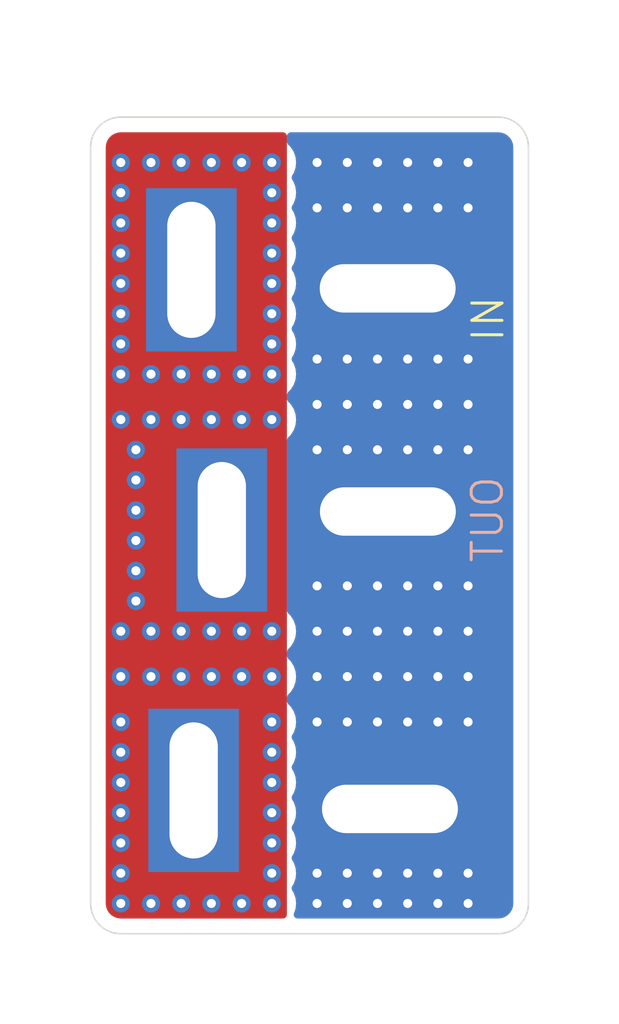
<source format=kicad_pcb>
(kicad_pcb (version 20240108) (generator "pcbnew") (generator_version "8.0")
  (layers (0 "F.Cu" signal) (1 "In1.Cu" signal) (2 "In2.Cu" signal) (3 "In3.Cu" signal) (4 "In4.Cu" signal) (31 "B.Cu" signal) (34 "B.Paste" user) (35 "F.Paste" user) (36 "B.SilkS" user "B.Silkscreen") (37 "F.SilkS" user "F.Silkscreen") (38 "B.Mask" user) (39 "F.Mask" user) (44 "Edge.Cuts" user))
  (net 0 "")
  (net 1 "GND")
  (net 2 "Net-(J1-Pin_1)")
  (footprint "deans_fp:Deans Connector Male" (layer "F.Cu") (at 93.8446 51.9033 90)
    (property "Reference" "J1" (hide yes))
    (property "Value" "Conn_01x02")
    (pad "1" thru_hole rect (at 4.25 3.5 270) (size 5.4 3) (drill oval 4.5 1.6) (layers "*.Cu" "*.Mask") (net 2 "Net-(J1-Pin_1)"))
    (pad "2" thru_hole rect (at 4.8625 9) (size 5.4 3) (drill oval 4.5 1.6) (layers "*.Cu" "*.Mask") (net 1 "GND"))
  )
  (footprint "deans_fp:Deans Connector Female" (layer "B.Cu") (at 93.9125 52.0125 -90)
    (property "Reference" "J3" (hide yes))
    (property "Value" "Conn_01x02")
    (pad "1" thru_hole rect (at 4.25 -2.5 270) (size 5.4 3) (drill oval 4.5 1.6) (layers "*.Cu" "*.Mask") (net 2 "Net-(J1-Pin_1)"))
    (pad "2" thru_hole rect (at 4.8625 -9 180) (size 5.4 3) (drill oval 4.5 1.6) (layers "*.Cu" "*.Mask") (net 1 "GND"))
  )
  (footprint "deans_fp:Deans Connector Female" (layer "B.Cu") (at 93.8375 34.8 -90)
    (property "Reference" "J2" (hide yes))
    (property "Value" "Conn_01x02")
    (pad "1" thru_hole rect (at 4.25 -2.5 270) (size 5.4 3) (drill oval 4.5 1.6) (layers "*.Cu" "*.Mask") (net 2 "Net-(J1-Pin_1)"))
    (pad "2" thru_hole rect (at 4.8625 -9 180) (size 5.4 3) (drill oval 4.5 1.6) (layers "*.Cu" "*.Mask") (net 1 "GND"))
  )
  (gr_arc (start 94 61) (mid 93.292893 60.707107) (end 93 60) (stroke (width 0.05)) (layer "Edge.Cuts"))
  (gr_arc (start 93 35) (mid 93.292893 34.292893) (end 94 34) (stroke (width 0.05)) (layer "Edge.Cuts"))
  (gr_arc (start 106.5 34) (mid 107.207107 34.292893) (end 107.5 35) (stroke (width 0.05)) (layer "Edge.Cuts"))
  (gr_line (start 93 60) (end 93 35) (stroke (width 0.05)) (layer "Edge.Cuts"))
  (gr_line (start 107.5 35) (end 107.5 60) (stroke (width 0.05)) (layer "Edge.Cuts"))
  (gr_arc (start 107.5 60) (mid 107.207107 60.707107) (end 106.5 61) (stroke (width 0.05)) (layer "Edge.Cuts"))
  (gr_line (start 106.5 61) (end 94 61) (stroke (width 0.05)) (layer "Edge.Cuts"))
  (gr_line (start 94 34) (end 106.5 34) (stroke (width 0.05)) (layer "Edge.Cuts"))
  (gr_text "OUT" (at 106.730388 45.807068 90) (layer "B.SilkS") (effects (font (size 1 1) (thickness 0.1)) (justify left bottom mirror)))
  (gr_text "IN" (at 106.75 41.5 90) (layer "F.SilkS") (effects (font (size 1 1) (thickness 0.1)) (justify left bottom)))
  (via (at 105.5 37) (size 0.6) (drill 0.3) (layers "F.Cu" "B.Cu") (net 1))
  (via (at 100.5 59) (size 0.6) (drill 0.3) (layers "F.Cu" "B.Cu") (net 1))
  (via (at 100.5 60) (size 0.6) (drill 0.3) (layers "F.Cu" "B.Cu") (net 1))
  (via (at 101.5 49.5) (size 0.6) (drill 0.3) (layers "F.Cu" "B.Cu") (net 1))
  (via (at 104.5 42) (size 0.6) (drill 0.3) (layers "F.Cu" "B.Cu") (net 1))
  (via (at 103.5 54) (size 0.6) (drill 0.3) (layers "F.Cu" "B.Cu") (net 1))
  (via (at 105.5 45) (size 0.6) (drill 0.3) (layers "F.Cu" "B.Cu") (net 1))
  (via (at 103.5 42) (size 0.6) (drill 0.3) (layers "F.Cu" "B.Cu") (net 1))
  (via (at 104.5 37) (size 0.6) (drill 0.3) (layers "F.Cu" "B.Cu") (net 1))
  (via (at 101.5 42) (size 0.6) (drill 0.3) (layers "F.Cu" "B.Cu") (net 1))
  (via (at 101.5 45) (size 0.6) (drill 0.3) (layers "F.Cu" "B.Cu") (net 1))
  (via (at 104.5 49.5) (size 0.6) (drill 0.3) (layers "F.Cu" "B.Cu") (net 1))
  (via (at 104.5 60) (size 0.6) (drill 0.3) (layers "F.Cu" "B.Cu") (net 1))
  (via (at 102.5 54) (size 0.6) (drill 0.3) (layers "F.Cu" "B.Cu") (net 1))
  (via (at 101.5 51) (size 0.6) (drill 0.3) (layers "F.Cu" "B.Cu") (net 1))
  (via (at 100.5 49.5) (size 0.6) (drill 0.3) (layers "F.Cu" "B.Cu") (net 1))
  (via (at 100.5 45) (size 0.6) (drill 0.3) (layers "F.Cu" "B.Cu") (net 1))
  (via (at 104.5 52.5) (size 0.6) (drill 0.3) (layers "F.Cu" "B.Cu") (net 1))
  (via (at 102.5 37) (size 0.6) (drill 0.3) (layers "F.Cu" "B.Cu") (net 1))
  (via (at 103.5 51) (size 0.6) (drill 0.3) (layers "F.Cu" "B.Cu") (net 1))
  (via (at 100.5 42) (size 0.6) (drill 0.3) (layers "F.Cu" "B.Cu") (net 1))
  (via (at 103.5 43.5) (size 0.6) (drill 0.3) (layers "F.Cu" "B.Cu") (net 1))
  (via (at 100.5 35.5) (size 0.6) (drill 0.3) (layers "F.Cu" "B.Cu") (net 1))
  (via (at 104.5 43.5) (size 0.6) (drill 0.3) (layers "F.Cu" "B.Cu") (net 1))
  (via (at 102.5 49.5) (size 0.6) (drill 0.3) (layers "F.Cu" "B.Cu") (net 1))
  (via (at 105.5 51) (size 0.6) (drill 0.3) (layers "F.Cu" "B.Cu") (net 1))
  (via (at 103.5 45) (size 0.6) (drill 0.3) (layers "F.Cu" "B.Cu") (net 1))
  (via (at 103.5 60) (size 0.6) (drill 0.3) (layers "F.Cu" "B.Cu") (net 1))
  (via (at 104.5 54) (size 0.6) (drill 0.3) (layers "F.Cu" "B.Cu") (net 1))
  (via (at 100.5 51) (size 0.6) (drill 0.3) (layers "F.Cu" "B.Cu") (net 1))
  (via (at 104.5 51) (size 0.6) (drill 0.3) (layers "F.Cu" "B.Cu") (net 1))
  (via (at 103.5 49.5) (size 0.6) (drill 0.3) (layers "F.Cu" "B.Cu") (net 1))
  (via (at 102.5 35.5) (size 0.6) (drill 0.3) (layers "F.Cu" "B.Cu") (net 1))
  (via (at 102.5 60) (size 0.6) (drill 0.3) (layers "F.Cu" "B.Cu") (net 1))
  (via (at 105.5 43.5) (size 0.6) (drill 0.3) (layers "F.Cu" "B.Cu") (net 1))
  (via (at 100.5 54) (size 0.6) (drill 0.3) (layers "F.Cu" "B.Cu") (net 1))
  (via (at 101.5 37) (size 0.6) (drill 0.3) (layers "F.Cu" "B.Cu") (net 1))
  (via (at 103.5 35.5) (size 0.6) (drill 0.3) (layers "F.Cu" "B.Cu") (net 1))
  (via (at 103.5 37) (size 0.6) (drill 0.3) (layers "F.Cu" "B.Cu") (net 1))
  (via (at 100.5 52.5) (size 0.6) (drill 0.3) (layers "F.Cu" "B.Cu") (net 1))
  (via (at 105.5 60) (size 0.6) (drill 0.3) (layers "F.Cu" "B.Cu") (net 1))
  (via (at 104.5 35.5) (size 0.6) (drill 0.3) (layers "F.Cu" "B.Cu") (net 1))
  (via (at 102.5 43.5) (size 0.6) (drill 0.3) (layers "F.Cu" "B.Cu") (net 1))
  (via (at 101.5 54) (size 0.6) (drill 0.3) (layers "F.Cu" "B.Cu") (net 1))
  (via (at 103.5 59) (size 0.6) (drill 0.3) (layers "F.Cu" "B.Cu") (net 1))
  (via (at 104.5 45) (size 0.6) (drill 0.3) (layers "F.Cu" "B.Cu") (net 1))
  (via (at 102.5 51) (size 0.6) (drill 0.3) (layers "F.Cu" "B.Cu") (net 1))
  (via (at 101.5 60) (size 0.6) (drill 0.3) (layers "F.Cu" "B.Cu") (net 1))
  (via (at 101.5 35.5) (size 0.6) (drill 0.3) (layers "F.Cu" "B.Cu") (net 1))
  (via (at 102.5 45) (size 0.6) (drill 0.3) (layers "F.Cu" "B.Cu") (net 1))
  (via (at 105.5 54) (size 0.6) (drill 0.3) (layers "F.Cu" "B.Cu") (net 1))
  (via (at 100.5 43.5) (size 0.6) (drill 0.3) (layers "F.Cu" "B.Cu") (net 1))
  (via (at 105.5 59) (size 0.6) (drill 0.3) (layers "F.Cu" "B.Cu") (net 1))
  (via (at 105.5 35.5) (size 0.6) (drill 0.3) (layers "F.Cu" "B.Cu") (net 1))
  (via (at 105.5 52.5) (size 0.6) (drill 0.3) (layers "F.Cu" "B.Cu") (net 1))
  (via (at 105.5 49.5) (size 0.6) (drill 0.3) (layers "F.Cu" "B.Cu") (net 1))
  (via (at 102.5 52.5) (size 0.6) (drill 0.3) (layers "F.Cu" "B.Cu") (net 1))
  (via (at 102.5 59) (size 0.6) (drill 0.3) (layers "F.Cu" "B.Cu") (net 1))
  (via (at 105.5 42) (size 0.6) (drill 0.3) (layers "F.Cu" "B.Cu") (net 1))
  (via (at 101.5 59) (size 0.6) (drill 0.3) (layers "F.Cu" "B.Cu") (net 1))
  (via (at 102.5 42) (size 0.6) (drill 0.3) (layers "F.Cu" "B.Cu") (net 1))
  (via (at 100.5 37) (size 0.6) (drill 0.3) (layers "F.Cu" "B.Cu") (net 1))
  (via (at 101.5 52.5) (size 0.6) (drill 0.3) (layers "F.Cu" "B.Cu") (net 1))
  (via (at 101.5 43.5) (size 0.6) (drill 0.3) (layers "F.Cu" "B.Cu") (net 1))
  (via (at 104.5 59) (size 0.6) (drill 0.3) (layers "F.Cu" "B.Cu") (net 1))
  (via (at 103.5 52.5) (size 0.6) (drill 0.3) (layers "F.Cu" "B.Cu") (net 1))
  (via (at 99 51) (size 0.6) (drill 0.3) (layers "F.Cu" "B.Cu") (net 2))
  (via (at 96 42.5) (size 0.6) (drill 0.3) (layers "F.Cu" "B.Cu") (net 2))
  (via (at 94 60) (size 0.6) (drill 0.3) (layers "F.Cu" "B.Cu") (net 2))
  (via (at 94 59) (size 0.6) (drill 0.3) (layers "F.Cu" "B.Cu") (net 2))
  (via (at 94 58) (size 0.6) (drill 0.3) (layers "F.Cu" "B.Cu") (net 2))
  (via (at 97 42.5) (size 0.6) (drill 0.3) (layers "F.Cu" "B.Cu") (net 2))
  (via (at 96 35.5) (size 0.6) (drill 0.3) (layers "F.Cu" "B.Cu") (net 2))
  (via (at 94 41.5) (size 0.6) (drill 0.3) (layers "F.Cu" "B.Cu") (net 2))
  (via (at 99 56) (size 0.6) (drill 0.3) (layers "F.Cu" "B.Cu") (net 2))
  (via (at 97 60) (size 0.6) (drill 0.3) (layers "F.Cu" "B.Cu") (net 2))
  (via (at 94 36.5) (size 0.6) (drill 0.3) (layers "F.Cu" "B.Cu") (net 2))
  (via (at 99 38.5) (size 0.6) (drill 0.3) (layers "F.Cu" "B.Cu") (net 2))
  (via (at 99 54) (size 0.6) (drill 0.3) (layers "F.Cu" "B.Cu") (net 2))
  (via (at 94 56) (size 0.6) (drill 0.3) (layers "F.Cu" "B.Cu") (net 2))
  (via (at 94.5 49) (size 0.6) (drill 0.3) (layers "F.Cu" "B.Cu") (net 2))
  (via (at 99 37.5) (size 0.6) (drill 0.3) (layers "F.Cu" "B.Cu") (net 2))
  (via (at 99 36.5) (size 0.6) (drill 0.3) (layers "F.Cu" "B.Cu") (net 2))
  (via (at 95 52.5) (size 0.6) (drill 0.3) (layers "F.Cu" "B.Cu") (net 2))
  (via (at 98 35.5) (size 0.6) (drill 0.3) (layers "F.Cu" "B.Cu") (net 2))
  (via (at 94 39.5) (size 0.6) (drill 0.3) (layers "F.Cu" "B.Cu") (net 2))
  (via (at 99 52.5) (size 0.6) (drill 0.3) (layers "F.Cu" "B.Cu") (net 2))
  (via (at 94.5 46) (size 0.6) (drill 0.3) (layers "F.Cu" "B.Cu") (net 2))
  (via (at 99 40.5) (size 0.6) (drill 0.3) (layers "F.Cu" "B.Cu") (net 2))
  (via (at 99 60) (size 0.6) (drill 0.3) (layers "F.Cu" "B.Cu") (net 2))
  (via (at 94 55) (size 0.6) (drill 0.3) (layers "F.Cu" "B.Cu") (net 2))
  (via (at 94.5 45) (size 0.6) (drill 0.3) (layers "F.Cu" "B.Cu") (net 2))
  (via (at 97 52.5) (size 0.6) (drill 0.3) (layers "F.Cu" "B.Cu") (net 2))
  (via (at 94 57) (size 0.6) (drill 0.3) (layers "F.Cu" "B.Cu") (net 2))
  (via (at 94 42.5) (size 0.6) (drill 0.3) (layers "F.Cu" "B.Cu") (net 2))
  (via (at 94.5 47) (size 0.6) (drill 0.3) (layers "F.Cu" "B.Cu") (net 2))
  (via (at 95 60) (size 0.6) (drill 0.3) (layers "F.Cu" "B.Cu") (net 2))
  (via (at 99 41.5) (size 0.6) (drill 0.3) (layers "F.Cu" "B.Cu") (net 2))
  (via (at 98 60) (size 0.6) (drill 0.3) (layers "F.Cu" "B.Cu") (net 2))
  (via (at 99 44) (size 0.6) (drill 0.3) (layers "F.Cu" "B.Cu") (net 2))
  (via (at 97 44) (size 0.6) (drill 0.3) (layers "F.Cu" "B.Cu") (net 2))
  (via (at 96 52.5) (size 0.6) (drill 0.3) (layers "F.Cu" "B.Cu") (net 2))
  (via (at 94 38.5) (size 0.6) (drill 0.3) (layers "F.Cu" "B.Cu") (net 2))
  (via (at 94 37.5) (size 0.6) (drill 0.3) (layers "F.Cu" "B.Cu") (net 2))
  (via (at 99 42.5) (size 0.6) (drill 0.3) (layers "F.Cu" "B.Cu") (net 2))
  (via (at 99 39.5) (size 0.6) (drill 0.3) (layers "F.Cu" "B.Cu") (net 2))
  (via (at 94 52.5) (size 0.6) (drill 0.3) (layers "F.Cu" "B.Cu") (net 2))
  (via (at 97 51) (size 0.6) (drill 0.3) (layers "F.Cu" "B.Cu") (net 2))
  (via (at 98 42.5) (size 0.6) (drill 0.3) (layers "F.Cu" "B.Cu") (net 2))
  (via (at 94 51) (size 0.6) (drill 0.3) (layers "F.Cu" "B.Cu") (net 2))
  (via (at 94.5 50) (size 0.6) (drill 0.3) (layers "F.Cu" "B.Cu") (net 2))
  (via (at 95 35.5) (size 0.6) (drill 0.3) (layers "F.Cu" "B.Cu") (net 2))
  (via (at 95 51) (size 0.6) (drill 0.3) (layers "F.Cu" "B.Cu") (net 2))
  (via (at 96 60) (size 0.6) (drill 0.3) (layers "F.Cu" "B.Cu") (net 2))
  (via (at 95 42.5) (size 0.6) (drill 0.3) (layers "F.Cu" "B.Cu") (net 2))
  (via (at 94 40.5) (size 0.6) (drill 0.3) (layers "F.Cu" "B.Cu") (net 2))
  (via (at 99 35.5) (size 0.6) (drill 0.3) (layers "F.Cu" "B.Cu") (net 2))
  (via (at 94 35.5) (size 0.6) (drill 0.3) (layers "F.Cu" "B.Cu") (net 2))
  (via (at 96 51) (size 0.6) (drill 0.3) (layers "F.Cu" "B.Cu") (net 2))
  (via (at 98 52.5) (size 0.6) (drill 0.3) (layers "F.Cu" "B.Cu") (net 2))
  (via (at 94.5 48) (size 0.6) (drill 0.3) (layers "F.Cu" "B.Cu") (net 2))
  (via (at 98 51) (size 0.6) (drill 0.3) (layers "F.Cu" "B.Cu") (net 2))
  (via (at 99 55) (size 0.6) (drill 0.3) (layers "F.Cu" "B.Cu") (net 2))
  (via (at 99 58) (size 0.6) (drill 0.3) (layers "F.Cu" "B.Cu") (net 2))
  (via (at 95 44) (size 0.6) (drill 0.3) (layers "F.Cu" "B.Cu") (net 2))
  (via (at 96 44) (size 0.6) (drill 0.3) (layers "F.Cu" "B.Cu") (net 2))
  (via (at 97 35.5) (size 0.6) (drill 0.3) (layers "F.Cu" "B.Cu") (net 2))
  (via (at 99 57) (size 0.6) (drill 0.3) (layers "F.Cu" "B.Cu") (net 2))
  (via (at 94 44) (size 0.6) (drill 0.3) (layers "F.Cu" "B.Cu") (net 2))
  (via (at 98 44) (size 0.6) (drill 0.3) (layers "F.Cu" "B.Cu") (net 2))
  (via (at 94 54) (size 0.6) (drill 0.3) (layers "F.Cu" "B.Cu") (net 2))
  (via (at 99 59) (size 0.6) (drill 0.3) (layers "F.Cu" "B.Cu") (net 2))
  (zone (net 2) (net_name "Net-(J1-Pin_1)") (layers "F.Cu" "In1.Cu" "In2.Cu") (connect_pads yes (clearance 0.5)) (min_thickness 0.25) (fill yes (thermal_gap 0.5) (thermal_bridge_width 0.5) (island_removal_mode 1) (island_area_min 10))
    (polygon (pts (xy 99.5 64) (xy 90.5 64) (xy 90 63.5) (xy 90 32.5) (xy 90.5 32) (xy 99.5 32)))
  )
  (zone (net 1) (net_name "GND") (layers "In3.Cu" "In4.Cu" "B.Cu") (priority 1) (connect_pads yes (clearance 0.5)) (min_thickness 0.25) (fill yes (thermal_gap 0.5) (thermal_bridge_width 0.5) (island_removal_mode 1) (island_area_min 10))
    (polygon (pts (xy 99.5 32) (xy 110.5 32) (xy 110.5 64) (xy 99.5 64)))
  )
)
</source>
